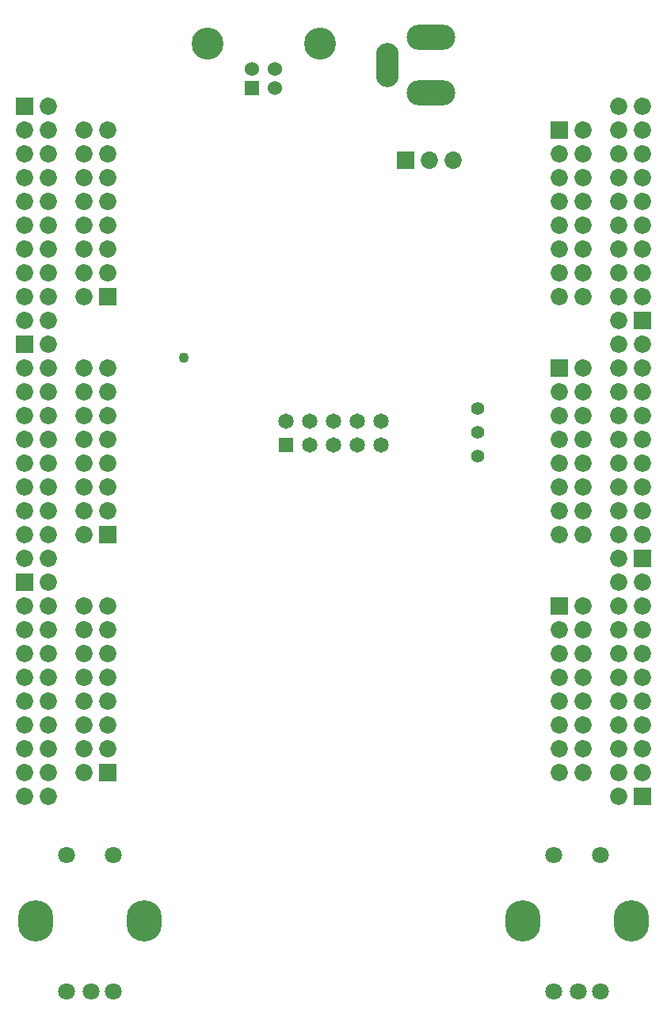
<source format=gbs>
G04*
G04 #@! TF.GenerationSoftware,Altium Limited,Altium Designer,25.8.1 (18)*
G04*
G04 Layer_Color=16711935*
%FSLAX44Y44*%
%MOMM*%
G71*
G04*
G04 #@! TF.SameCoordinates,09908D1C-3CBA-4CA1-80F0-1CDDA561F1C0*
G04*
G04*
G04 #@! TF.FilePolarity,Negative*
G04*
G01*
G75*
%ADD45O,2.4532X4.7032*%
%ADD46O,5.2032X2.7032*%
%ADD47C,1.4000*%
%ADD48C,1.6500*%
%ADD49R,1.6500X1.6500*%
%ADD50C,1.8500*%
%ADD51R,1.8500X1.8500*%
%ADD52R,1.8532X1.8532*%
%ADD53C,1.8532*%
%ADD54C,1.8032*%
%ADD55O,3.8032X4.4032*%
%ADD56C,3.4160*%
%ADD57C,1.5280*%
%ADD58R,1.5280X1.5280*%
%ADD59C,1.1032*%
D45*
X57500Y475400D02*
D03*
D46*
X104500Y505400D02*
D03*
Y445400D02*
D03*
D47*
X154000Y83750D02*
D03*
Y109150D02*
D03*
Y58350D02*
D03*
D48*
X25400Y69550D02*
D03*
X50800Y94950D02*
D03*
X50800Y69550D02*
D03*
X25400Y94950D02*
D03*
X0Y94950D02*
D03*
X0Y69550D02*
D03*
X-25400Y94950D02*
D03*
Y69550D02*
D03*
X-50800Y94950D02*
D03*
D49*
X-50800Y69550D02*
D03*
D50*
X-241298Y304800D02*
D03*
X-266698Y406400D02*
D03*
X-241298Y406400D02*
D03*
X-266698Y381000D02*
D03*
X-241298Y381000D02*
D03*
X-266698Y355600D02*
D03*
X-241298D02*
D03*
X-266698Y330200D02*
D03*
X-241298Y330200D02*
D03*
X-266698Y304800D02*
D03*
Y279400D02*
D03*
X-241298Y279400D02*
D03*
X-266698Y254000D02*
D03*
X-241298D02*
D03*
X-266698Y228600D02*
D03*
X-241296Y50800D02*
D03*
X-266696Y152400D02*
D03*
X-241296Y152400D02*
D03*
X-266696Y127000D02*
D03*
X-241296Y127000D02*
D03*
X-266696Y101600D02*
D03*
X-241296Y101600D02*
D03*
X-266696Y76200D02*
D03*
X-241296Y76200D02*
D03*
X-266696Y50800D02*
D03*
Y25400D02*
D03*
X-241296Y25400D02*
D03*
X-266696Y0D02*
D03*
X-241296Y0D02*
D03*
X-266696Y-25400D02*
D03*
X-304800Y-50800D02*
D03*
X-330200D02*
D03*
X-304800Y-25400D02*
D03*
X-330200D02*
D03*
Y101600D02*
D03*
X-304800Y0D02*
D03*
X-330200D02*
D03*
X-304800Y25400D02*
D03*
X-330200Y25400D02*
D03*
X-304800Y50800D02*
D03*
X-330200Y50800D02*
D03*
X-304800Y76200D02*
D03*
X-330200Y76200D02*
D03*
X-304800Y101600D02*
D03*
Y127000D02*
D03*
X-330200Y127000D02*
D03*
X-304800Y152400D02*
D03*
X-330200Y152400D02*
D03*
X-304800Y177800D02*
D03*
X241300Y330200D02*
D03*
X266700Y228600D02*
D03*
X241300D02*
D03*
X266700Y254000D02*
D03*
X241300D02*
D03*
X266700Y279400D02*
D03*
X241300D02*
D03*
X266700Y304800D02*
D03*
X241300D02*
D03*
X266700Y330200D02*
D03*
Y355600D02*
D03*
X241300D02*
D03*
X266700Y381000D02*
D03*
X241300D02*
D03*
X266700Y406400D02*
D03*
X304800Y431800D02*
D03*
X330200D02*
D03*
X304800Y406400D02*
D03*
X330200D02*
D03*
Y279400D02*
D03*
X304800Y381000D02*
D03*
X330200D02*
D03*
X304800Y355600D02*
D03*
X330200D02*
D03*
X304800Y330200D02*
D03*
X330200D02*
D03*
X304800Y304800D02*
D03*
X330200D02*
D03*
X304800Y279400D02*
D03*
Y254000D02*
D03*
X330200D02*
D03*
X304800Y228600D02*
D03*
X330200D02*
D03*
X304800Y203200D02*
D03*
X241300Y76200D02*
D03*
X266700Y-25400D02*
D03*
X241300D02*
D03*
X266700Y0D02*
D03*
X241300D02*
D03*
X266700Y25400D02*
D03*
X241300D02*
D03*
X266700Y50800D02*
D03*
X241300D02*
D03*
X266700Y76200D02*
D03*
Y101600D02*
D03*
X241300D02*
D03*
X266700Y127000D02*
D03*
X241300D02*
D03*
X266700Y152400D02*
D03*
X304800Y177800D02*
D03*
X330200D02*
D03*
X304800Y152400D02*
D03*
X330200D02*
D03*
Y25400D02*
D03*
X304800Y127000D02*
D03*
X330200D02*
D03*
X304800Y101600D02*
D03*
X330200D02*
D03*
X304800Y76200D02*
D03*
X330200D02*
D03*
X304800Y50800D02*
D03*
X330200D02*
D03*
X304800Y25400D02*
D03*
Y0D02*
D03*
X330200D02*
D03*
X304800Y-25400D02*
D03*
X330200D02*
D03*
X304800Y-50800D02*
D03*
X-304800Y203200D02*
D03*
X-330200D02*
D03*
X-304800Y228600D02*
D03*
X-330200Y228600D02*
D03*
Y355600D02*
D03*
X-304800Y254000D02*
D03*
X-330200D02*
D03*
X-304800Y279400D02*
D03*
X-330200Y279400D02*
D03*
X-304800Y304800D02*
D03*
X-330200Y304800D02*
D03*
X-304800Y330200D02*
D03*
X-330200Y330200D02*
D03*
X-304800Y355600D02*
D03*
Y381000D02*
D03*
X-330200Y381000D02*
D03*
X-304800Y406400D02*
D03*
X-330200Y406400D02*
D03*
X-304800Y431800D02*
D03*
X-241296Y-203200D02*
D03*
X-266696Y-101600D02*
D03*
X-241296D02*
D03*
X-266696Y-127000D02*
D03*
X-241296Y-127000D02*
D03*
X-266696Y-152400D02*
D03*
X-241296Y-152400D02*
D03*
X-266696Y-177800D02*
D03*
X-241296Y-177800D02*
D03*
X-266696Y-203200D02*
D03*
X-266696Y-228600D02*
D03*
X-241296Y-228600D02*
D03*
X-266696Y-254000D02*
D03*
X-241296Y-254000D02*
D03*
X-266696Y-279400D02*
D03*
X-304800Y-304800D02*
D03*
X-330200D02*
D03*
X-304800Y-279400D02*
D03*
X-330200Y-279400D02*
D03*
X-330200Y-152400D02*
D03*
X-304800Y-254000D02*
D03*
X-330200Y-254000D02*
D03*
X-304800Y-228600D02*
D03*
X-330200D02*
D03*
X-304800Y-203200D02*
D03*
X-330200D02*
D03*
X-304800Y-177800D02*
D03*
X-330200Y-177800D02*
D03*
X-304800Y-152400D02*
D03*
X-304800Y-127000D02*
D03*
X-330200Y-127000D02*
D03*
X-304800Y-101600D02*
D03*
X-330200Y-101600D02*
D03*
X-304800Y-76200D02*
D03*
X241300Y-177800D02*
D03*
X266700Y-279400D02*
D03*
X241300D02*
D03*
X266700Y-254000D02*
D03*
X241300D02*
D03*
X266700Y-228600D02*
D03*
X241300D02*
D03*
X266700Y-203200D02*
D03*
X241300D02*
D03*
X266700Y-177800D02*
D03*
Y-152400D02*
D03*
X241300D02*
D03*
X266700Y-127000D02*
D03*
X241300D02*
D03*
X266700Y-101600D02*
D03*
X304800Y-76200D02*
D03*
X330200D02*
D03*
X304800Y-101600D02*
D03*
X330200D02*
D03*
Y-228600D02*
D03*
X304800Y-127000D02*
D03*
X330200D02*
D03*
X304800Y-152400D02*
D03*
X330200D02*
D03*
X304800Y-177800D02*
D03*
X330200D02*
D03*
X304800Y-203200D02*
D03*
X330200D02*
D03*
X304800Y-228600D02*
D03*
Y-254000D02*
D03*
X330200D02*
D03*
X304800Y-279400D02*
D03*
X330200D02*
D03*
X304800Y-304800D02*
D03*
D51*
X-241298Y228600D02*
D03*
X-241296Y-25400D02*
D03*
X-330200Y177800D02*
D03*
X241300Y406400D02*
D03*
X330200Y203200D02*
D03*
X241300Y152400D02*
D03*
X330200Y-50800D02*
D03*
X-330200Y431800D02*
D03*
X-241296Y-279400D02*
D03*
X-330200Y-76200D02*
D03*
X241300Y-101600D02*
D03*
X330200Y-304800D02*
D03*
D52*
X77350Y373500D02*
D03*
D53*
X102750Y373500D02*
D03*
X128150Y373500D02*
D03*
D54*
X235350Y-368150D02*
D03*
X285350D02*
D03*
X235350Y-513150D02*
D03*
X261351D02*
D03*
X285350D02*
D03*
X-285350Y-368150D02*
D03*
X-235350D02*
D03*
X-285350Y-513150D02*
D03*
X-259349D02*
D03*
X-235350D02*
D03*
D55*
X318350Y-438150D02*
D03*
X202350D02*
D03*
X-202350D02*
D03*
X-318350D02*
D03*
D56*
X-134930Y498270D02*
D03*
X-14530D02*
D03*
D57*
X-87230Y471170D02*
D03*
X-62230D02*
D03*
X-62230Y451170D02*
D03*
D58*
X-87230D02*
D03*
D59*
X-160000Y163000D02*
D03*
M02*

</source>
